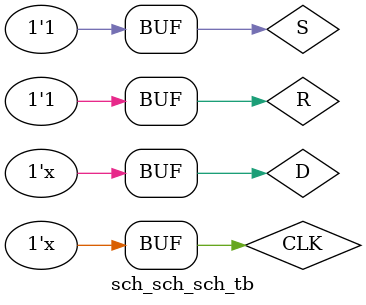
<source format=v>

`timescale 1ns / 1ns

module sch_sch_sch_tb();

// Inputs
   reg CLK;
   reg S;
	reg R;
   reg D;

// Output
	wire P;
   wire Q;
   wire O;
   wire Qbar;
   wire Pbar;
   wire Obar;

// Instantiate the UUT
   sch UUT (
		.Q(Q), 
		.Qbar(Qbar), 
		.CLK(CLK), 
		.R(R), 
		.S(S), 
		.D(D), 
		.Pbar(Pbar), 
		.P(P), 
		.O(O), 
		.Obar(Obar)
   );
	
// Initialize Inputs
	initial begin
		CLK = 1;
		R = 1;
		S = 0;
		D = 0;
	end
		
	always begin
		#1 CLK = ~CLK;
	end
	
	always begin
	/* SR Flip Flop */
	/////////////////////////////////////////////////////////////////////////////////////////////////////////////////
		// formatting: <R,S,Qv,Qv+1> <Transition table row being satisfied> <time>
		// each row feeds another such that it satisfies the conditional requirements of the next for testing
		R = 1;
		S = 0;
		#2;	// 1,0,0,0 r5 (from 0,0,0,0 r1) 0ps

		R = 0;
		#2;	// 0,0,0,0 r1 1ps

		S = 1;
		#2;	// 0,1,0,1 r3 2ps
		
		S = 0;
		#2;	// 0,0,1,1 r2 3ps
		
		S = 1;
		#2;	// 0,1,1,1 r4 4ps
		
		R = 1;
		S = 0;
		#2;	// 1,0,1,0 r6 5ps
		
		S = 1;
		#2;	// 1,1,0,1 r7 6ps		//metastable - output unpredictable

		#2;	// 1,1,1,1 r8 7ps		//metastable - output unpredictable
	/////////////////////////////////////////////////////////////////////////////////////////////////////////////////
	
	/* D Flip Flop */
	/////////////////////////////////////////////////////////////////////////////////////////////////////////////////
	
	
	/////////////////////////////////////////////////////////////////////////////////////////////////////////////////
	
	end
	
	always begin
		
		repeat(3)begin
			#2;
			D = ~D;
		end
		
		#4;
	end
		
endmodule

</source>
